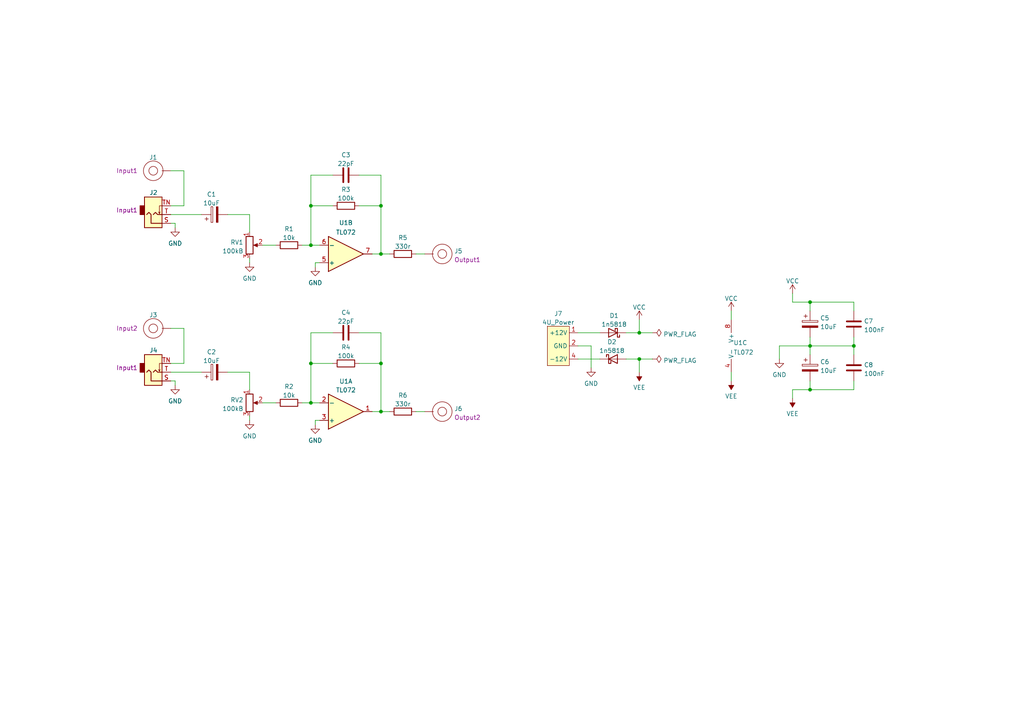
<source format=kicad_sch>
(kicad_sch (version 20211123) (generator eeschema)
  (paper "A4")
  (lib_symbols
    (symbol "4U_Hardware:4U_Power"
      (property "Reference" "J" (at 0 6.985 0))
      (property "Value" "4U_Power" (at 0 -6.985 0))
      (symbol "4U_Power_0_1"
        (rectangle (start -2.54 5.715) (end 3.81 -5.715) (stroke (width 0.1524)) (fill (type background)))
      )
      (symbol "4U_Power_1_1"
        (pin power_out line (at 6.35 3.81 180) (length 2.54) (name "+12V") (number "1"))
        (pin power_out line (at 6.35 0 180) (length 2.54) (name "GND") (number "2"))
        (pin passive line (at 6.35 0 180) (length 2.54) hide (name "GND") (number "3"))
        (pin power_out line (at 6.35 -3.81 180) (length 2.54) (name "-12V") (number "4"))
      )
    )
    (symbol "Amplifier_Operational:TL072" (pin_names (offset 0.127))
      (property "Reference" "U" (at 0 5.08 0))
      (property "Value" "TL072" (at 0 -5.08 0))
      (symbol "TL072_1_1"
        (polyline (pts (xy -5.08 5.08) (xy 5.08 0) (xy -5.08 -5.08) (xy -5.08 5.08)) (stroke (width 0.254)) (fill (type background)))
        (pin output line (at 7.62 0 180) (length 2.54) (name "~") (number "1"))
        (pin input line (at -7.62 -2.54 0) (length 2.54) (name "-") (number "2"))
        (pin input line (at -7.62 2.54 0) (length 2.54) (name "+") (number "3"))
      )
      (symbol "TL072_2_1"
        (polyline (pts (xy -5.08 5.08) (xy 5.08 0) (xy -5.08 -5.08) (xy -5.08 5.08)) (stroke (width 0.254)) (fill (type background)))
        (pin input line (at -7.62 2.54 0) (length 2.54) (name "+") (number "5"))
        (pin input line (at -7.62 -2.54 0) (length 2.54) (name "-") (number "6"))
        (pin output line (at 7.62 0 180) (length 2.54) (name "~") (number "7"))
      )
      (symbol "TL072_3_1"
        (pin power_in line (at -2.54 -7.62 90) (length 3.81) (name "V-") (number "4"))
        (pin power_in line (at -2.54 7.62 270) (length 3.81) (name "V+") (number "8"))
      )
    )
    (symbol "BananaJacks:Banana Socket PanelMount" (pin_numbers hide) (pin_names (offset 1.016) hide)
      (property "Reference" "J" (at 0 3.81 0))
      (symbol "Banana Socket PanelMount_0_1"
        (circle (center 0 0) (radius 1.27))
        (circle (center 0 0) (radius 2.8448))
      )
      (symbol "Banana Socket PanelMount_1_1"
        (pin bidirectional line (at 5.08 0 180) (length 2.54) (name "~") (number "1"))
      )
    )
    (symbol "Connector:AudioJack2_SwitchT"
      (property "Reference" "J" (at 0 8.89 0))
      (property "Value" "AudioJack2_SwitchT" (at 0 6.35 0))
      (symbol "AudioJack2_SwitchT_0_1"
        (rectangle (start -2.54 0) (end -3.81 -2.54) (stroke (width 0.254)) (fill (type outline)))
        (polyline (pts (xy 1.778 -0.254) (xy 2.032 -0.762)))
        (polyline (pts (xy 0 0) (xy 0.635 -0.635) (xy 1.27 0) (xy 2.54 0)) (stroke (width 0.254)))
        (polyline (pts (xy 2.54 -2.54) (xy 1.778 -2.54) (xy 1.778 -0.254) (xy 1.524 -0.762)))
        (polyline (pts (xy 2.54 2.54) (xy -0.635 2.54) (xy -0.635 0) (xy -1.27 -0.635) (xy -1.905 0)) (stroke (width 0.254)))
        (rectangle (start 2.54 3.81) (end -2.54 -5.08) (stroke (width 0.254)) (fill (type background)))
      )
      (symbol "AudioJack2_SwitchT_1_1"
        (pin passive line (at 5.08 2.54 180) (length 2.54) (name "~") (number "S"))
        (pin passive line (at 5.08 0 180) (length 2.54) (name "~") (number "T"))
        (pin passive line (at 5.08 -2.54 180) (length 2.54) (name "~") (number "TN"))
      )
    )
    (symbol "Device:D_Schottky" (pin_numbers hide) (pin_names (offset 1.016) hide)
      (property "Reference" "D" (at 0 2.54 0))
      (property "Value" "D_Schottky" (at 0 -2.54 0))
      (symbol "D_Schottky_0_1"
        (polyline (pts (xy 1.27 0) (xy -1.27 0)))
        (polyline (pts (xy 1.27 1.27) (xy 1.27 -1.27) (xy -1.27 0) (xy 1.27 1.27)) (stroke (width 0.254)))
        (polyline (pts (xy -1.905 0.635) (xy -1.905 1.27) (xy -1.27 1.27) (xy -1.27 -1.27) (xy -0.635 -1.27) (xy -0.635 -0.635)) (stroke (width 0.254)))
      )
      (symbol "D_Schottky_1_1"
        (pin passive line (at -3.81 0 0) (length 2.54) (name "K") (number "1"))
        (pin passive line (at 3.81 0 180) (length 2.54) (name "A") (number "2"))
      )
    )
    (symbol "Device:R_Potentiometer" (pin_names (offset 1.016) hide)
      (property "Reference" "RV" (at -4.445 0 90))
      (property "Value" "R_Potentiometer" (at -2.54 0 90))
      (symbol "R_Potentiometer_0_1"
        (polyline (pts (xy 2.54 0) (xy 1.524 0)))
        (polyline (pts (xy 1.143 0) (xy 2.286 0.508) (xy 2.286 -0.508) (xy 1.143 0)) (fill (type outline)))
        (rectangle (start 1.016 2.54) (end -1.016 -2.54) (stroke (width 0.254)))
      )
      (symbol "R_Potentiometer_1_1"
        (pin passive line (at 0 3.81 270) (length 1.27) (name "1") (number "1"))
        (pin passive line (at 3.81 0 180) (length 1.27) (name "2") (number "2"))
        (pin passive line (at 0 -3.81 90) (length 1.27) (name "3") (number "3"))
      )
    )
    (symbol "power:GND" (power) (pin_names (offset 0))
      (property "Value" "GND" (at 0 -3.81 0))
      (symbol "GND_0_1"
        (polyline (pts (xy 0 0) (xy 0 -1.27) (xy 1.27 -1.27) (xy 0 -2.54) (xy -1.27 -1.27) (xy 0 -1.27)))
      )
      (symbol "GND_1_1"
        (pin power_in line (at 0 0 270) (length 0) hide (name "GND") (number "1"))
      )
    )
    (symbol "power:PWR_FLAG" (power) (pin_numbers hide) (pin_names (offset 0) hide)
      (property "Value" "PWR_FLAG" (at 0 3.81 0))
      (symbol "PWR_FLAG_0_0"
        (pin power_out line (at 0 0 90) (length 0) (name "pwr") (number "1"))
      )
      (symbol "PWR_FLAG_0_1"
        (polyline (pts (xy 0 0) (xy 0 1.27) (xy -1.016 1.905) (xy 0 2.54) (xy 1.016 1.905) (xy 0 1.27)))
      )
    )
    (symbol "power:VCC" (power) (pin_names (offset 0))
      (property "Value" "VCC" (at 0 3.81 0))
      (symbol "VCC_0_1"
        (polyline (pts (xy -0.762 1.27) (xy 0 2.54)))
        (polyline (pts (xy 0 0) (xy 0 2.54)))
        (polyline (pts (xy 0 2.54) (xy 0.762 1.27)))
      )
      (symbol "VCC_1_1"
        (pin power_in line (at 0 0 90) (length 0) hide (name "VCC") (number "1"))
      )
    )
    (symbol "power:VEE" (power) (pin_names (offset 0))
      (property "Value" "VEE" (at 0 3.81 0))
      (symbol "VEE_0_1"
        (polyline (pts (xy 0 0) (xy 0 2.54)))
        (polyline (pts (xy 0.762 1.27) (xy -0.762 1.27) (xy 0 2.54) (xy 0.762 1.27)) (fill (type outline)))
      )
      (symbol "VEE_1_1"
        (pin power_in line (at 0 0 90) (length 0) hide (name "VEE") (number "1"))
      )
    )
    (symbol "rumblesan-standard-parts:C" (pin_numbers hide) (pin_names (offset 0.254))
      (property "Reference" "C12" (at -3.175 0 90))
      (property "Value" "C" (at 1.905 1.905 90))
      (symbol "C_0_1"
        (polyline (pts (xy -2.032 -0.762) (xy 2.032 -0.762)) (stroke (width 0.508)))
        (polyline (pts (xy -2.032 0.762) (xy 2.032 0.762)) (stroke (width 0.508)))
      )
      (symbol "C_1_1"
        (pin passive line (at 0 3.81 270) (length 2.794) (name "~") (number "1"))
        (pin passive line (at 0 -3.81 90) (length 2.794) (name "~") (number "2"))
      )
    )
    (symbol "rumblesan-standard-parts:C_Polarized" (pin_numbers hide) (pin_names (offset 0.254))
      (property "Reference" "C15" (at -0.889 6.1255 90))
      (property "Value" "C_Polarized" (at -0.889 3.3504 90))
      (symbol "C_Polarized_0_1"
        (rectangle (start -2.286 0.508) (end 2.286 1.016))
        (polyline (pts (xy -1.778 2.286) (xy -0.762 2.286)))
        (polyline (pts (xy -1.27 2.794) (xy -1.27 1.778)))
        (rectangle (start 2.286 -0.508) (end -2.286 -1.016) (fill (type outline)))
      )
      (symbol "C_Polarized_1_1"
        (pin passive line (at 0 3.81 270) (length 2.794) (name "~") (number "1"))
        (pin passive line (at 0 -3.81 90) (length 2.794) (name "~") (number "2"))
      )
    )
    (symbol "rumblesan-standard-parts:R" (pin_numbers hide) (pin_names (offset 0))
      (property "Reference" "R?" (at 0 0 90))
      (property "Value" "R" (at 0.635 1.905 90))
      (symbol "R_0_1"
        (rectangle (start 1.016 2.54) (end -1.016 -2.54) (stroke (width 0.254)))
      )
      (symbol "R_1_1"
        (pin passive line (at 0 -3.81 90) (length 1.27) (name "~") (number "1"))
        (pin passive line (at 0 3.81 270) (length 1.27) (name "~") (number "2"))
      )
    )
  )
  (junction (at 247.65 100.33))
  (junction (at 234.95 87.63))
  (junction (at 110.49 119.38))
  (junction (at 110.49 59.69))
  (junction (at 110.49 73.66))
  (junction (at 110.49 105.41))
  (junction (at 90.17 59.69))
  (junction (at 234.95 100.33))
  (junction (at 185.42 104.14))
  (junction (at 234.95 113.03))
  (junction (at 185.42 96.52))
  (junction (at 90.17 71.12))
  (junction (at 90.17 116.84))
  (junction (at 90.17 105.41))
  (wire (pts (xy 76.2 116.84) (xy 80.01 116.84)))
  (wire (pts (xy 66.04 107.95) (xy 72.39 107.95)))
  (wire (pts (xy 76.2 71.12) (xy 80.01 71.12)))
  (wire (pts (xy 72.39 107.95) (xy 72.39 113.03)))
  (wire (pts (xy 104.14 59.69) (xy 110.49 59.69)))
  (wire (pts (xy 247.65 100.33) (xy 247.65 102.87)))
  (wire (pts (xy 49.53 95.25) (xy 53.34 95.25)))
  (wire (pts (xy 212.09 90.17) (xy 212.09 92.71)))
  (wire (pts (xy 49.53 105.41) (xy 53.34 105.41)))
  (wire (pts (xy 96.52 59.69) (xy 90.17 59.69)))
  (wire (pts (xy 90.17 59.69) (xy 90.17 71.12)))
  (wire (pts (xy 104.14 50.8) (xy 110.49 50.8)))
  (wire (pts (xy 110.49 50.8) (xy 110.49 59.69)))
  (wire (pts (xy 234.95 87.63) (xy 247.65 87.63)))
  (wire (pts (xy 185.42 104.14) (xy 189.23 104.14)))
  (wire (pts (xy 104.14 105.41) (xy 110.49 105.41)))
  (wire (pts (xy 185.42 96.52) (xy 185.42 92.71)))
  (wire (pts (xy 49.53 62.23) (xy 58.42 62.23)))
  (wire (pts (xy 96.52 96.52) (xy 90.17 96.52)))
  (wire (pts (xy 234.95 100.33) (xy 234.95 102.87)))
  (wire (pts (xy 167.64 100.33) (xy 171.45 100.33)))
  (wire (pts (xy 90.17 71.12) (xy 92.71 71.12)))
  (wire (pts (xy 110.49 73.66) (xy 113.03 73.66)))
  (wire (pts (xy 185.42 104.14) (xy 185.42 107.95)))
  (wire (pts (xy 49.53 64.77) (xy 50.8 64.77)))
  (wire (pts (xy 226.06 100.33) (xy 234.95 100.33)))
  (wire (pts (xy 72.39 62.23) (xy 72.39 67.31)))
  (wire (pts (xy 171.45 100.33) (xy 171.45 106.68)))
  (wire (pts (xy 226.06 104.14) (xy 226.06 100.33)))
  (wire (pts (xy 72.39 120.65) (xy 72.39 121.92)))
  (wire (pts (xy 247.65 113.03) (xy 247.65 110.49)))
  (wire (pts (xy 212.09 107.95) (xy 212.09 110.49)))
  (wire (pts (xy 49.53 110.49) (xy 50.8 110.49)))
  (wire (pts (xy 247.65 97.79) (xy 247.65 100.33)))
  (wire (pts (xy 87.63 71.12) (xy 90.17 71.12)))
  (wire (pts (xy 90.17 96.52) (xy 90.17 105.41)))
  (wire (pts (xy 234.95 97.79) (xy 234.95 100.33)))
  (wire (pts (xy 72.39 74.93) (xy 72.39 76.2)))
  (wire (pts (xy 229.87 87.63) (xy 234.95 87.63)))
  (wire (pts (xy 66.04 62.23) (xy 72.39 62.23)))
  (wire (pts (xy 90.17 105.41) (xy 90.17 116.84)))
  (wire (pts (xy 110.49 119.38) (xy 113.03 119.38)))
  (wire (pts (xy 91.44 76.2) (xy 91.44 77.47)))
  (wire (pts (xy 229.87 85.09) (xy 229.87 87.63)))
  (wire (pts (xy 110.49 96.52) (xy 110.49 105.41)))
  (wire (pts (xy 110.49 73.66) (xy 107.95 73.66)))
  (wire (pts (xy 49.53 49.53) (xy 53.34 49.53)))
  (wire (pts (xy 90.17 116.84) (xy 92.71 116.84)))
  (wire (pts (xy 90.17 50.8) (xy 90.17 59.69)))
  (wire (pts (xy 234.95 110.49) (xy 234.95 113.03)))
  (wire (pts (xy 96.52 50.8) (xy 90.17 50.8)))
  (wire (pts (xy 49.53 107.95) (xy 58.42 107.95)))
  (wire (pts (xy 53.34 49.53) (xy 53.34 59.69)))
  (wire (pts (xy 229.87 113.03) (xy 234.95 113.03)))
  (wire (pts (xy 185.42 96.52) (xy 189.23 96.52)))
  (wire (pts (xy 167.64 96.52) (xy 173.99 96.52)))
  (wire (pts (xy 167.64 104.14) (xy 173.99 104.14)))
  (wire (pts (xy 96.52 105.41) (xy 90.17 105.41)))
  (wire (pts (xy 229.87 115.57) (xy 229.87 113.03)))
  (wire (pts (xy 53.34 95.25) (xy 53.34 105.41)))
  (wire (pts (xy 50.8 110.49) (xy 50.8 111.76)))
  (wire (pts (xy 234.95 113.03) (xy 247.65 113.03)))
  (wire (pts (xy 110.49 59.69) (xy 110.49 73.66)))
  (wire (pts (xy 104.14 96.52) (xy 110.49 96.52)))
  (wire (pts (xy 91.44 121.92) (xy 91.44 123.19)))
  (wire (pts (xy 120.65 119.38) (xy 123.19 119.38)))
  (wire (pts (xy 49.53 59.69) (xy 53.34 59.69)))
  (wire (pts (xy 92.71 76.2) (xy 91.44 76.2)))
  (wire (pts (xy 181.61 96.52) (xy 185.42 96.52)))
  (wire (pts (xy 92.71 121.92) (xy 91.44 121.92)))
  (wire (pts (xy 50.8 64.77) (xy 50.8 66.04)))
  (wire (pts (xy 110.49 105.41) (xy 110.49 119.38)))
  (wire (pts (xy 234.95 100.33) (xy 247.65 100.33)))
  (wire (pts (xy 110.49 119.38) (xy 107.95 119.38)))
  (wire (pts (xy 234.95 87.63) (xy 234.95 90.17)))
  (wire (pts (xy 181.61 104.14) (xy 185.42 104.14)))
  (wire (pts (xy 87.63 116.84) (xy 90.17 116.84)))
  (wire (pts (xy 120.65 73.66) (xy 123.19 73.66)))
  (wire (pts (xy 247.65 87.63) (xy 247.65 90.17)))
  (symbol (lib_id "Device:R_Potentiometer") (at 72.39 71.12 0) (unit 1)
    (property "Reference" "RV1" (at 70.6121 70.2853 0) (effects (justify right)))
    (property "Value" "100kB" (at 70.6121 72.8222 0) (effects (justify right)))
    (property "Footprint" "rumblesan-standard-parts:Potentiometer_Alpha_RD901F-40-00D_Single_Vertical" (effects hide))
  )
  (symbol (lib_id "rumblesan-standard-parts:C_Polarized") (at 62.23 62.23 90) (unit 1)
    (property "Reference" "C1" (at 61.341 56.3712 90))
    (property "Value" "10uF" (at 61.341 58.9081 90))
    (property "Footprint" "rumblesan-standard-parts:CP_Radial_D5.0mm_P2.00mm" (effects hide))
    (property "Spec" "electrolytic" (effects hide))
    (property "Tolerance" "20%" (effects hide))
    (property "Voltage" "50v" (effects hide))
  )
  (symbol (lib_id "power:VCC") (at 185.42 92.71 0) (unit 1)
    (property "Reference" "#PWR08" (effects hide))
    (property "Value" "VCC" (at 185.42 89.1342 0))
  )
  (symbol (lib_id "rumblesan-standard-parts:R") (at 83.82 71.12 90) (unit 1)
    (property "Reference" "R1" (at 83.82 66.4042 90))
    (property "Value" "10k" (at 83.82 68.9411 90))
    (property "Footprint" "rumblesan-standard-parts:R_Axial_DIN0207_L6.3mm_D2.5mm_P10.16mm_Horizontal" (effects hide))
    (property "Tolerance" "1%" (effects hide))
    (property "Power" "0.5W" (effects hide))
    (property "Spec" "metal film" (effects hide))
  )
  (symbol (lib_id "BananaJacks:Banana Socket PanelMount") (at 128.27 73.66 180) (unit 1)
    (property "Reference" "J5" (at 131.7498 72.8253 0) (effects (justify right)))
    (property "Value" "Banana Socket PanelMount" (effects hide))
    (property "Footprint" "rumblesan-standard-parts:BananaJack_THT_JohnsonCinch_108-09" (effects hide))
    (property "Name" "Output1" (at 131.7498 75.3622 0) (effects (justify right)))
  )
  (symbol (lib_id "rumblesan-standard-parts:C") (at 100.33 50.8 90) (unit 1)
    (property "Reference" "C3" (at 100.33 44.9412 90))
    (property "Value" "22pF" (at 100.33 47.4781 90))
    (property "Footprint" "rumblesan-standard-parts:C_Rect_L7.0mm_W3.5mm_P5.00mm" (effects hide))
    (property "Spec" "ceramic C0G" (effects hide))
    (property "Tolerance" "5%" (effects hide))
  )
  (symbol (lib_id "power:VCC") (at 229.87 85.09 0) (unit 1)
    (property "Reference" "#PWR013" (effects hide))
    (property "Value" "VCC" (at 229.87 81.5142 0))
  )
  (symbol (lib_id "rumblesan-standard-parts:C_Polarized") (at 234.95 93.98 0) (unit 1)
    (property "Reference" "C5" (at 237.871 92.2563 0) (effects (justify left)))
    (property "Value" "10uF" (at 237.871 94.7932 0) (effects (justify left)))
    (property "Footprint" "rumblesan-standard-parts:CP_Radial_D5.0mm_P2.00mm" (effects hide))
    (property "Spec" "electrolytic" (effects hide))
    (property "Tolerance" "20%" (effects hide))
    (property "Voltage" "50v" (effects hide))
  )
  (symbol (lib_id "Device:D_Schottky") (at 177.8 96.52 180) (unit 1)
    (property "Reference" "D1" (at 178.1175 91.5502 0))
    (property "Value" "1n5818" (at 178.1175 94.0871 0))
    (property "Footprint" "rumblesan-standard-parts:D_DO-41_SOD81_P10.16mm_Horizontal" (effects hide))
  )
  (symbol (lib_id "Connector:AudioJack2_SwitchT") (at 44.45 62.23 0) (mirror x) (unit 1)
    (property "Reference" "J2" (at 45.72 55.88 0) (effects (justify right)))
    (property "Value" "AudioJack2_SwitchT" (effects hide))
    (property "Footprint" "rumblesan-standard-parts:Jack_3.5mm_QingPu_WQP-PJ398SM_Vertical" (effects hide))
    (property "Name" "Input1" (at 36.83 60.96 0))
  )
  (symbol (lib_id "power:GND") (at 171.45 106.68 0) (unit 1)
    (property "Reference" "#PWR07" (effects hide))
    (property "Value" "GND" (at 171.45 111.2425 0))
  )
  (symbol (lib_id "BananaJacks:Banana Socket PanelMount") (at 44.45 49.53 0) (unit 1)
    (property "Reference" "J1" (at 44.45 45.6494 0))
    (property "Value" "Banana Socket PanelMount" (effects hide))
    (property "Footprint" "rumblesan-standard-parts:BananaJack_THT_JohnsonCinch_108-09" (effects hide))
    (property "Name" "Input1" (at 36.83 49.53 0))
  )
  (symbol (lib_id "rumblesan-standard-parts:R") (at 116.84 73.66 90) (unit 1)
    (property "Reference" "R5" (at 116.84 68.9442 90))
    (property "Value" "330r" (at 116.84 71.4811 90))
    (property "Footprint" "rumblesan-standard-parts:R_Axial_DIN0207_L6.3mm_D2.5mm_P10.16mm_Horizontal" (effects hide))
    (property "Tolerance" "1%" (effects hide))
    (property "Power" "0.5W" (effects hide))
    (property "Spec" "metal film" (effects hide))
  )
  (symbol (lib_id "rumblesan-standard-parts:C_Polarized") (at 62.23 107.95 90) (unit 1)
    (property "Reference" "C2" (at 61.341 102.0912 90))
    (property "Value" "10uF" (at 61.341 104.6281 90))
    (property "Footprint" "rumblesan-standard-parts:CP_Radial_D5.0mm_P2.00mm" (effects hide))
    (property "Spec" "electrolytic" (effects hide))
    (property "Tolerance" "20%" (effects hide))
    (property "Voltage" "50v" (effects hide))
  )
  (symbol (lib_id "rumblesan-standard-parts:R") (at 116.84 119.38 90) (unit 1)
    (property "Reference" "R6" (at 116.84 114.6642 90))
    (property "Value" "330r" (at 116.84 117.2011 90))
    (property "Footprint" "rumblesan-standard-parts:R_Axial_DIN0207_L6.3mm_D2.5mm_P10.16mm_Horizontal" (effects hide))
    (property "Tolerance" "1%" (effects hide))
    (property "Power" "0.5W" (effects hide))
    (property "Spec" "metal film" (effects hide))
  )
  (symbol (lib_id "power:VEE") (at 212.09 110.49 180) (unit 1)
    (property "Reference" "#PWR011" (effects hide))
    (property "Value" "VEE" (at 212.09 114.9334 0))
  )
  (symbol (lib_id "Device:D_Schottky") (at 177.8 104.14 0) (unit 1)
    (property "Reference" "D2" (at 177.4825 99.1702 0))
    (property "Value" "1n5818" (at 177.4825 101.7071 0))
    (property "Footprint" "rumblesan-standard-parts:D_DO-41_SOD81_P10.16mm_Horizontal" (effects hide))
  )
  (symbol (lib_id "power:GND") (at 72.39 121.92 0) (unit 1)
    (property "Reference" "#PWR04" (effects hide))
    (property "Value" "GND" (at 72.39 126.4825 0))
  )
  (symbol (lib_id "rumblesan-standard-parts:R") (at 100.33 59.69 90) (unit 1)
    (property "Reference" "R3" (at 100.33 54.9742 90))
    (property "Value" "100k" (at 100.33 57.5111 90))
    (property "Footprint" "rumblesan-standard-parts:R_Axial_DIN0207_L6.3mm_D2.5mm_P10.16mm_Horizontal" (effects hide))
    (property "Tolerance" "1%" (effects hide))
    (property "Power" "0.5W" (effects hide))
    (property "Spec" "metal film" (effects hide))
  )
  (symbol (lib_id "Device:R_Potentiometer") (at 72.39 116.84 0) (unit 1)
    (property "Reference" "RV2" (at 70.6121 116.0053 0) (effects (justify right)))
    (property "Value" "100kB" (at 70.6121 118.5422 0) (effects (justify right)))
    (property "Footprint" "rumblesan-standard-parts:Potentiometer_Alpha_RD901F-40-00D_Single_Vertical" (effects hide))
  )
  (symbol (lib_id "power:GND") (at 50.8 111.76 0) (unit 1)
    (property "Reference" "#PWR02" (effects hide))
    (property "Value" "GND" (at 50.8 116.3225 0))
  )
  (symbol (lib_id "rumblesan-standard-parts:R") (at 83.82 116.84 90) (unit 1)
    (property "Reference" "R2" (at 83.82 112.1242 90))
    (property "Value" "10k" (at 83.82 114.6611 90))
    (property "Footprint" "rumblesan-standard-parts:R_Axial_DIN0207_L6.3mm_D2.5mm_P10.16mm_Horizontal" (effects hide))
    (property "Tolerance" "1%" (effects hide))
    (property "Power" "0.5W" (effects hide))
    (property "Spec" "metal film" (effects hide))
  )
  (symbol (lib_id "rumblesan-standard-parts:C") (at 247.65 106.68 0) (unit 1)
    (property "Reference" "C8" (at 250.571 105.8453 0) (effects (justify left)))
    (property "Value" "100nF" (at 250.571 108.3822 0) (effects (justify left)))
    (property "Footprint" "rumblesan-standard-parts:C_Rect_L7.0mm_W3.5mm_P5.00mm" (effects hide))
    (property "Spec" "ceramic C0G" (effects hide))
    (property "Tolerance" "5%" (effects hide))
  )
  (symbol (lib_id "BananaJacks:Banana Socket PanelMount") (at 44.45 95.25 0) (unit 1)
    (property "Reference" "J3" (at 44.45 91.3694 0))
    (property "Value" "Banana Socket PanelMount" (effects hide))
    (property "Footprint" "rumblesan-standard-parts:BananaJack_THT_JohnsonCinch_108-09" (effects hide))
    (property "Name" "Input2" (at 36.83 95.25 0))
  )
  (symbol (lib_id "power:VCC") (at 212.09 90.17 0) (unit 1)
    (property "Reference" "#PWR010" (effects hide))
    (property "Value" "VCC" (at 212.09 86.5942 0))
  )
  (symbol (lib_id "Amplifier_Operational:TL072") (at 214.63 100.33 0) (unit 3)
    (property "Reference" "U1" (at 212.725 99.4215 0) (effects (justify left)))
    (property "Value" "TL072" (at 212.725 102.1966 0) (effects (justify left)))
    (property "Footprint" "rumblesan-standard-parts:DIP-8_W7.62mm_Socket" (effects hide))
    (property "Datasheet" "http://www.ti.com/lit/ds/symlink/tl071.pdf" (effects hide))
  )
  (symbol (lib_id "power:GND") (at 72.39 76.2 0) (unit 1)
    (property "Reference" "#PWR03" (effects hide))
    (property "Value" "GND" (at 72.39 80.7625 0))
  )
  (symbol (lib_id "rumblesan-standard-parts:C") (at 247.65 93.98 0) (unit 1)
    (property "Reference" "C7" (at 250.571 93.1453 0) (effects (justify left)))
    (property "Value" "100nF" (at 250.571 95.6822 0) (effects (justify left)))
    (property "Footprint" "rumblesan-standard-parts:C_Rect_L7.0mm_W3.5mm_P5.00mm" (effects hide))
    (property "Spec" "ceramic C0G" (effects hide))
    (property "Tolerance" "5%" (effects hide))
  )
  (symbol (lib_id "Amplifier_Operational:TL072") (at 100.33 73.66 0) (mirror x) (unit 2)
    (property "Reference" "U1" (at 100.33 64.6135 0))
    (property "Value" "TL072" (at 100.33 67.3886 0))
    (property "Footprint" "rumblesan-standard-parts:DIP-8_W7.62mm_Socket" (effects hide))
    (property "Datasheet" "http://www.ti.com/lit/ds/symlink/tl071.pdf" (effects hide))
  )
  (symbol (lib_id "power:PWR_FLAG") (at 189.23 104.14 270) (unit 1)
    (property "Reference" "#FLG02" (effects hide))
    (property "Value" "PWR_FLAG" (at 192.405 104.5738 90) (effects (justify left)))
  )
  (symbol (lib_id "rumblesan-standard-parts:C") (at 100.33 96.52 90) (unit 1)
    (property "Reference" "C4" (at 100.33 90.6612 90))
    (property "Value" "22pF" (at 100.33 93.1981 90))
    (property "Footprint" "rumblesan-standard-parts:C_Rect_L7.0mm_W3.5mm_P5.00mm" (effects hide))
    (property "Spec" "ceramic C0G" (effects hide))
    (property "Tolerance" "5%" (effects hide))
  )
  (symbol (lib_id "power:VEE") (at 185.42 107.95 180) (unit 1)
    (property "Reference" "#PWR09" (effects hide))
    (property "Value" "VEE" (at 185.42 112.3934 0))
  )
  (symbol (lib_id "power:VEE") (at 229.87 115.57 180) (unit 1)
    (property "Reference" "#PWR014" (effects hide))
    (property "Value" "VEE" (at 229.87 120.0134 0))
  )
  (symbol (lib_id "rumblesan-standard-parts:R") (at 100.33 105.41 90) (unit 1)
    (property "Reference" "R4" (at 100.33 100.6942 90))
    (property "Value" "100k" (at 100.33 103.2311 90))
    (property "Footprint" "rumblesan-standard-parts:R_Axial_DIN0207_L6.3mm_D2.5mm_P10.16mm_Horizontal" (effects hide))
    (property "Tolerance" "1%" (effects hide))
    (property "Power" "0.5W" (effects hide))
    (property "Spec" "metal film" (effects hide))
  )
  (symbol (lib_id "power:GND") (at 91.44 123.19 0) (unit 1)
    (property "Reference" "#PWR06" (effects hide))
    (property "Value" "GND" (at 91.44 127.7525 0))
  )
  (symbol (lib_id "rumblesan-standard-parts:C_Polarized") (at 234.95 106.68 0) (unit 1)
    (property "Reference" "C6" (at 237.871 104.9563 0) (effects (justify left)))
    (property "Value" "10uF" (at 237.871 107.4932 0) (effects (justify left)))
    (property "Footprint" "rumblesan-standard-parts:CP_Radial_D5.0mm_P2.00mm" (effects hide))
    (property "Spec" "electrolytic" (effects hide))
    (property "Tolerance" "20%" (effects hide))
    (property "Voltage" "50v" (effects hide))
  )
  (symbol (lib_id "power:GND") (at 226.06 104.14 0) (unit 1)
    (property "Reference" "#PWR012" (effects hide))
    (property "Value" "GND" (at 226.06 108.7025 0))
  )
  (symbol (lib_id "power:GND") (at 91.44 77.47 0) (unit 1)
    (property "Reference" "#PWR05" (effects hide))
    (property "Value" "GND" (at 91.44 82.0325 0))
  )
  (symbol (lib_id "BananaJacks:Banana Socket PanelMount") (at 128.27 119.38 180) (unit 1)
    (property "Reference" "J6" (at 131.7498 118.5453 0) (effects (justify right)))
    (property "Value" "Banana Socket PanelMount" (effects hide))
    (property "Footprint" "rumblesan-standard-parts:BananaJack_THT_JohnsonCinch_108-09" (effects hide))
    (property "Name" "Output2" (at 131.7498 121.0822 0) (effects (justify right)))
  )
  (symbol (lib_id "power:PWR_FLAG") (at 189.23 96.52 270) (unit 1)
    (property "Reference" "#FLG01" (effects hide))
    (property "Value" "PWR_FLAG" (at 192.405 96.9538 90) (effects (justify left)))
  )
  (symbol (lib_id "Amplifier_Operational:TL072") (at 100.33 119.38 0) (mirror x) (unit 1)
    (property "Reference" "U1" (at 100.33 110.6002 0))
    (property "Value" "TL072" (at 100.33 113.1371 0))
    (property "Footprint" "rumblesan-standard-parts:DIP-8_W7.62mm_Socket" (effects hide))
    (property "Datasheet" "http://www.ti.com/lit/ds/symlink/tl071.pdf" (effects hide))
  )
  (symbol (lib_id "Connector:AudioJack2_SwitchT") (at 44.45 107.95 0) (mirror x) (unit 1)
    (property "Reference" "J4" (at 45.72 101.6 0) (effects (justify right)))
    (property "Value" "AudioJack2_SwitchT" (effects hide))
    (property "Footprint" "rumblesan-standard-parts:Jack_3.5mm_QingPu_WQP-PJ398SM_Vertical" (effects hide))
    (property "Name" "Input1" (at 36.83 106.68 0))
  )
  (symbol (lib_id "4U_Hardware:4U_Power") (at 161.29 100.33 0) (unit 1)
    (property "Reference" "J7" (at 161.925 90.966 0))
    (property "Value" "4U_Power" (at 161.925 93.5029 0))
    (property "Footprint" "4u-power:4u_Power_Molex_KK-254_P2.54mm" (effects hide))
  )
  (symbol (lib_id "power:GND") (at 50.8 66.04 0) (unit 1)
    (property "Reference" "#PWR01" (effects hide))
    (property "Value" "GND" (at 50.8 70.6025 0))
  )
)
</source>
